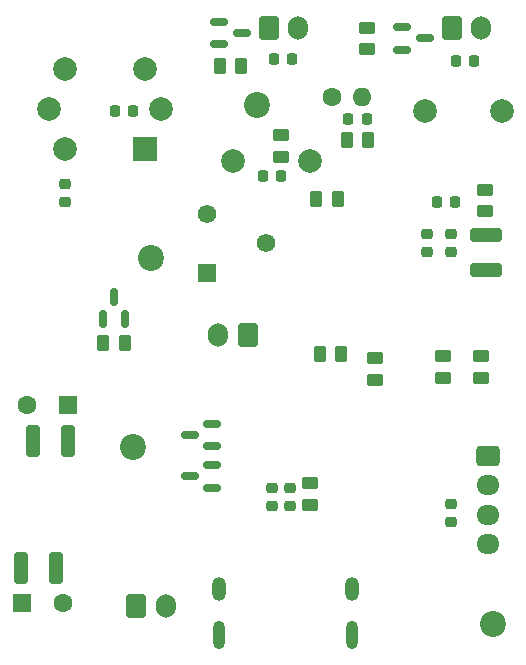
<source format=gbr>
%TF.GenerationSoftware,KiCad,Pcbnew,7.0.9-7.0.9~ubuntu22.04.1*%
%TF.CreationDate,2023-12-02T23:02:12+03:00*%
%TF.ProjectId,air-detector,6169722d-6465-4746-9563-746f722e6b69,rev?*%
%TF.SameCoordinates,Original*%
%TF.FileFunction,Soldermask,Bot*%
%TF.FilePolarity,Negative*%
%FSLAX46Y46*%
G04 Gerber Fmt 4.6, Leading zero omitted, Abs format (unit mm)*
G04 Created by KiCad (PCBNEW 7.0.9-7.0.9~ubuntu22.04.1) date 2023-12-02 23:02:12*
%MOMM*%
%LPD*%
G01*
G04 APERTURE LIST*
G04 Aperture macros list*
%AMRoundRect*
0 Rectangle with rounded corners*
0 $1 Rounding radius*
0 $2 $3 $4 $5 $6 $7 $8 $9 X,Y pos of 4 corners*
0 Add a 4 corners polygon primitive as box body*
4,1,4,$2,$3,$4,$5,$6,$7,$8,$9,$2,$3,0*
0 Add four circle primitives for the rounded corners*
1,1,$1+$1,$2,$3*
1,1,$1+$1,$4,$5*
1,1,$1+$1,$6,$7*
1,1,$1+$1,$8,$9*
0 Add four rect primitives between the rounded corners*
20,1,$1+$1,$2,$3,$4,$5,0*
20,1,$1+$1,$4,$5,$6,$7,0*
20,1,$1+$1,$6,$7,$8,$9,0*
20,1,$1+$1,$8,$9,$2,$3,0*%
G04 Aperture macros list end*
%ADD10C,2.200000*%
%ADD11R,1.600000X1.600000*%
%ADD12C,1.600000*%
%ADD13R,2.000000X2.000000*%
%ADD14C,2.000000*%
%ADD15RoundRect,0.250000X-0.600000X-0.750000X0.600000X-0.750000X0.600000X0.750000X-0.600000X0.750000X0*%
%ADD16O,1.700000X2.000000*%
%ADD17O,1.200000X2.000000*%
%ADD18O,1.000000X2.400000*%
%ADD19R,1.560000X1.560000*%
%ADD20C,1.560000*%
%ADD21RoundRect,0.250000X0.600000X0.750000X-0.600000X0.750000X-0.600000X-0.750000X0.600000X-0.750000X0*%
%ADD22RoundRect,0.250000X-0.725000X0.600000X-0.725000X-0.600000X0.725000X-0.600000X0.725000X0.600000X0*%
%ADD23O,1.950000X1.700000*%
%ADD24O,1.600000X1.600000*%
%ADD25RoundRect,0.150000X0.587500X0.150000X-0.587500X0.150000X-0.587500X-0.150000X0.587500X-0.150000X0*%
%ADD26RoundRect,0.250000X0.325000X1.100000X-0.325000X1.100000X-0.325000X-1.100000X0.325000X-1.100000X0*%
%ADD27RoundRect,0.225000X-0.250000X0.225000X-0.250000X-0.225000X0.250000X-0.225000X0.250000X0.225000X0*%
%ADD28RoundRect,0.225000X0.250000X-0.225000X0.250000X0.225000X-0.250000X0.225000X-0.250000X-0.225000X0*%
%ADD29RoundRect,0.225000X-0.225000X-0.250000X0.225000X-0.250000X0.225000X0.250000X-0.225000X0.250000X0*%
%ADD30RoundRect,0.150000X0.150000X-0.587500X0.150000X0.587500X-0.150000X0.587500X-0.150000X-0.587500X0*%
%ADD31RoundRect,0.250000X-0.262500X-0.450000X0.262500X-0.450000X0.262500X0.450000X-0.262500X0.450000X0*%
%ADD32RoundRect,0.250000X-0.450000X0.262500X-0.450000X-0.262500X0.450000X-0.262500X0.450000X0.262500X0*%
%ADD33RoundRect,0.225000X0.225000X0.250000X-0.225000X0.250000X-0.225000X-0.250000X0.225000X-0.250000X0*%
%ADD34RoundRect,0.250000X0.450000X-0.262500X0.450000X0.262500X-0.450000X0.262500X-0.450000X-0.262500X0*%
%ADD35RoundRect,0.250000X0.262500X0.450000X-0.262500X0.450000X-0.262500X-0.450000X0.262500X-0.450000X0*%
%ADD36RoundRect,0.250000X-0.325000X-1.100000X0.325000X-1.100000X0.325000X1.100000X-0.325000X1.100000X0*%
%ADD37RoundRect,0.150000X-0.587500X-0.150000X0.587500X-0.150000X0.587500X0.150000X-0.587500X0.150000X0*%
%ADD38RoundRect,0.250000X1.100000X-0.325000X1.100000X0.325000X-1.100000X0.325000X-1.100000X-0.325000X0*%
G04 APERTURE END LIST*
D10*
%TO.C,H4*%
X88000000Y-42000000D03*
%TD*%
%TO.C,H1*%
X108000000Y-86000000D03*
%TD*%
D11*
%TO.C,C33*%
X72000000Y-67470000D03*
D12*
X68500000Y-67470000D03*
%TD*%
D11*
%TO.C,C30*%
X68097349Y-84220000D03*
D12*
X71597349Y-84220000D03*
%TD*%
D13*
%TO.C,U6*%
X78500000Y-45720000D03*
D14*
X79890000Y-42360000D03*
X78500000Y-39000000D03*
X71780000Y-39000000D03*
X70390000Y-42360000D03*
X71780000Y-45720000D03*
%TD*%
D10*
%TO.C,H3*%
X79000000Y-55000000D03*
%TD*%
D14*
%TO.C,SW4*%
X86000000Y-46750000D03*
X92500000Y-46750000D03*
%TD*%
D15*
%TO.C,J7*%
X89000000Y-35475000D03*
D16*
X91500000Y-35475000D03*
%TD*%
D17*
%TO.C,J9*%
X84800000Y-82975000D03*
D18*
X84800000Y-86900000D03*
D17*
X96000000Y-82975000D03*
D18*
X96000000Y-86900000D03*
%TD*%
D19*
%TO.C,RV2*%
X83760000Y-56220000D03*
D20*
X88760000Y-53720000D03*
X83760000Y-51220000D03*
%TD*%
D21*
%TO.C,J2*%
X87200000Y-61520000D03*
D16*
X84700000Y-61520000D03*
%TD*%
D22*
%TO.C,J4*%
X107525000Y-71720000D03*
D23*
X107525000Y-74220000D03*
X107525000Y-76720000D03*
X107525000Y-79220000D03*
%TD*%
D15*
%TO.C,J6*%
X104500000Y-35500000D03*
D16*
X107000000Y-35500000D03*
%TD*%
D10*
%TO.C,H2*%
X77500000Y-71000000D03*
%TD*%
D15*
%TO.C,J10*%
X77750000Y-84445000D03*
D16*
X80250000Y-84445000D03*
%TD*%
D14*
%TO.C,SW2*%
X102250000Y-42500000D03*
X108750000Y-42500000D03*
%TD*%
D12*
%TO.C,R8*%
X94355000Y-41320000D03*
D24*
X96895000Y-41320000D03*
%TD*%
D25*
%TO.C,Q6*%
X84187500Y-72520000D03*
X84187500Y-74420000D03*
X82312500Y-73470000D03*
%TD*%
D26*
%TO.C,C31*%
X70975000Y-81220000D03*
X68025000Y-81220000D03*
%TD*%
D27*
%TO.C,C37*%
X104400000Y-52945000D03*
X104400000Y-54495000D03*
%TD*%
D28*
%TO.C,C28*%
X90750000Y-75995000D03*
X90750000Y-74445000D03*
%TD*%
D29*
%TO.C,C13*%
X75975000Y-42500000D03*
X77525000Y-42500000D03*
%TD*%
D30*
%TO.C,Q3*%
X76850000Y-60137500D03*
X74950000Y-60137500D03*
X75900000Y-58262500D03*
%TD*%
D31*
%TO.C,R23*%
X84837500Y-38750000D03*
X86662500Y-38750000D03*
%TD*%
D29*
%TO.C,C14*%
X104825000Y-38320000D03*
X106375000Y-38320000D03*
%TD*%
D28*
%TO.C,C35*%
X102400000Y-54495000D03*
X102400000Y-52945000D03*
%TD*%
D32*
%TO.C,R26*%
X92500000Y-74057500D03*
X92500000Y-75882500D03*
%TD*%
D33*
%TO.C,C41*%
X90025000Y-48000000D03*
X88475000Y-48000000D03*
%TD*%
D34*
%TO.C,R29*%
X107300000Y-51012500D03*
X107300000Y-49187500D03*
%TD*%
D32*
%TO.C,R11*%
X103750000Y-63307500D03*
X103750000Y-65132500D03*
%TD*%
D31*
%TO.C,R37*%
X93287500Y-63100000D03*
X95112500Y-63100000D03*
%TD*%
D34*
%TO.C,R22*%
X97300000Y-37307500D03*
X97300000Y-35482500D03*
%TD*%
D31*
%TO.C,R9*%
X95587500Y-45000000D03*
X97412500Y-45000000D03*
%TD*%
D33*
%TO.C,C10*%
X97275000Y-43250000D03*
X95725000Y-43250000D03*
%TD*%
D35*
%TO.C,R18*%
X76812500Y-62200000D03*
X74987500Y-62200000D03*
%TD*%
D28*
%TO.C,C20*%
X104400000Y-77375000D03*
X104400000Y-75825000D03*
%TD*%
%TO.C,C8*%
X71750000Y-50275000D03*
X71750000Y-48725000D03*
%TD*%
D36*
%TO.C,C32*%
X69025000Y-70470000D03*
X71975000Y-70470000D03*
%TD*%
D32*
%TO.C,R31*%
X90000000Y-44587500D03*
X90000000Y-46412500D03*
%TD*%
D28*
%TO.C,C29*%
X89250000Y-75995000D03*
X89250000Y-74445000D03*
%TD*%
D37*
%TO.C,Q4*%
X100312500Y-37345000D03*
X100312500Y-35445000D03*
X102187500Y-36395000D03*
%TD*%
D25*
%TO.C,Q7*%
X84187500Y-69020000D03*
X84187500Y-70920000D03*
X82312500Y-69970000D03*
%TD*%
D33*
%TO.C,C34*%
X104775000Y-50250000D03*
X103225000Y-50250000D03*
%TD*%
D38*
%TO.C,C36*%
X107400000Y-55995000D03*
X107400000Y-53045000D03*
%TD*%
D32*
%TO.C,R13*%
X107000000Y-63307500D03*
X107000000Y-65132500D03*
%TD*%
D29*
%TO.C,C21*%
X89425000Y-38120000D03*
X90975000Y-38120000D03*
%TD*%
D34*
%TO.C,R33*%
X98000000Y-65312500D03*
X98000000Y-63487500D03*
%TD*%
D37*
%TO.C,Q5*%
X84812500Y-36895000D03*
X84812500Y-34995000D03*
X86687500Y-35945000D03*
%TD*%
D31*
%TO.C,R35*%
X92987500Y-50000000D03*
X94812500Y-50000000D03*
%TD*%
M02*

</source>
